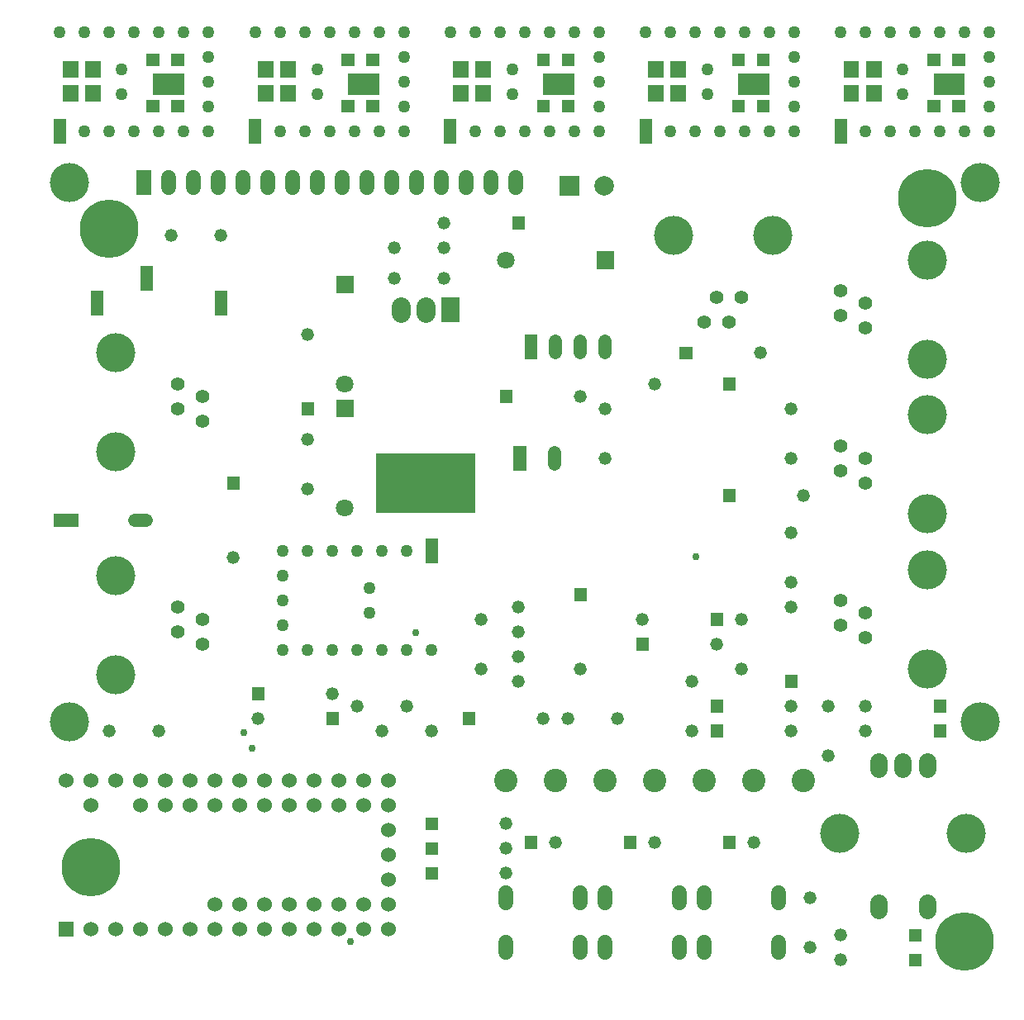
<source format=gbs>
%FSLAX24Y24*%
%MOIN*%
%ADD10C,0.0300*%
%ADD11C,0.0500*%
%ADD12C,0.0520*%
%ADD13C,0.0551*%
%ADD14C,0.0591*%
%ADD15C,0.0600*%
%ADD16C,0.0700*%
%ADD17C,0.0709*%
%ADD18C,0.0750*%
%ADD19C,0.0787*%
%ADD20C,0.0945*%
%ADD21C,0.1575*%
%ADD22C,0.2362*%
D10*
G01X26641Y17288D03*
X8758Y9552D03*
X12734Y1734D03*
X15356Y14228D03*
X8427Y10176D03*
D11*
G01X11000Y17500D03*
X10000Y17500D03*
X10000Y14500D03*
X14000Y17500D03*
X15000Y17500D03*
X14000Y13500D03*
X13500Y16000D03*
X12000Y13500D03*
X10000Y13500D03*
X10000Y15500D03*
X13000Y13500D03*
X12000Y17500D03*
X15000Y13500D03*
X13000Y17500D03*
X16000Y13500D03*
X13500Y15000D03*
X10000Y16500D03*
X11000Y13500D03*
X5000Y38458D03*
X2000Y34458D03*
X6000Y38458D03*
X6000Y34458D03*
X7000Y34458D03*
X2000Y38458D03*
X1000Y38458D03*
X7000Y37458D03*
X4000Y38458D03*
X3500Y35958D03*
X3500Y36958D03*
X7000Y35458D03*
X5000Y34458D03*
X7000Y36458D03*
X7000Y38458D03*
X3000Y34458D03*
X4000Y34458D03*
X3000Y38458D03*
X12874Y38458D03*
X9874Y34458D03*
X13874Y38458D03*
X13874Y34458D03*
X14874Y34458D03*
X9874Y38458D03*
X8874Y38458D03*
X14874Y37458D03*
X11874Y38458D03*
X11374Y35958D03*
X11374Y36958D03*
X14874Y35458D03*
X12874Y34458D03*
X14874Y36458D03*
X14874Y38458D03*
X10874Y34458D03*
X11874Y34458D03*
X10874Y38458D03*
X20748Y38458D03*
X17748Y34458D03*
X21748Y38458D03*
X21748Y34458D03*
X22748Y34458D03*
X17748Y38458D03*
X16748Y38458D03*
X22748Y37458D03*
X19748Y38458D03*
X19248Y35958D03*
X19248Y36958D03*
X22748Y35458D03*
X20748Y34458D03*
X22748Y36458D03*
X22748Y38458D03*
X18748Y34458D03*
X19748Y34458D03*
X18748Y38458D03*
X28622Y38458D03*
X25622Y34458D03*
X29622Y38458D03*
X29622Y34458D03*
X30622Y34458D03*
X25622Y38458D03*
X24622Y38458D03*
X30622Y37458D03*
X27622Y38458D03*
X27122Y35958D03*
X27122Y36958D03*
X30622Y35458D03*
X28622Y34458D03*
X30622Y36458D03*
X30622Y38458D03*
X26622Y34458D03*
X27622Y34458D03*
X26622Y38458D03*
X36496Y38458D03*
X33496Y34458D03*
X37496Y38458D03*
X37496Y34458D03*
X38496Y34458D03*
X33496Y38458D03*
X32496Y38458D03*
X38496Y37458D03*
X35496Y38458D03*
X34996Y35958D03*
X34996Y36958D03*
X38496Y35458D03*
X36496Y34458D03*
X38496Y36458D03*
X38496Y38458D03*
X34496Y34458D03*
X35496Y34458D03*
X34496Y38458D03*
D12*
G01X5500Y30250D03*
X7500Y30250D03*
X23500Y10750D03*
X21500Y10750D03*
X30500Y15250D03*
X3000Y10250D03*
X5000Y10250D03*
X28500Y12750D03*
X28500Y14750D03*
X14500Y29750D03*
X16500Y29750D03*
X30500Y23250D03*
X30500Y21250D03*
X11000Y22000D03*
X11000Y20000D03*
X23000Y23250D03*
X23000Y21250D03*
X30500Y18250D03*
X30500Y16250D03*
X29250Y25500D03*
X25000Y24250D03*
X31000Y19750D03*
X14500Y28500D03*
X16500Y28500D03*
X11000Y26250D03*
X16500Y30750D03*
X4490Y18750D02*
X4010Y18750D01*
X8000Y17250D03*
X27500Y13750D03*
X24500Y14750D03*
X19500Y13250D03*
X19500Y12250D03*
X19500Y14250D03*
X19500Y15250D03*
X18000Y14750D03*
X18000Y12750D03*
X16000Y10250D03*
X14000Y10250D03*
X22000Y12750D03*
X20500Y10750D03*
X9000Y10750D03*
X12000Y11750D03*
X13000Y11250D03*
X15000Y11250D03*
X21000Y25990D02*
X21000Y25510D01*
X22000Y25990D02*
X22000Y25510D01*
X23000Y25990D02*
X23000Y25510D01*
X22000Y23750D03*
X20939Y21010D02*
X20939Y21490D01*
X29000Y5750D03*
X25000Y5750D03*
X21000Y5750D03*
X19000Y5500D03*
X19000Y6500D03*
X19000Y4500D03*
X32500Y2000D03*
X32500Y1000D03*
X31250Y1500D03*
X31250Y3500D03*
X33500Y11250D03*
X33500Y10250D03*
X32000Y9250D03*
X32000Y11250D03*
X30500Y10250D03*
X30500Y11250D03*
X26500Y10250D03*
X26500Y12250D03*
D13*
G01X33500Y14000D03*
X32500Y15500D03*
X33500Y15000D03*
X32500Y14500D03*
X33500Y20250D03*
X32500Y21750D03*
X33500Y21250D03*
X32500Y20750D03*
X33500Y26500D03*
X32500Y28000D03*
X33500Y27500D03*
X32500Y27000D03*
X28500Y27750D03*
X27000Y26750D03*
X27500Y27750D03*
X28000Y26750D03*
X5750Y24250D03*
X6750Y22750D03*
X5750Y23250D03*
X6750Y23750D03*
X5750Y15250D03*
X6750Y13750D03*
X5750Y14250D03*
X6750Y14750D03*
D14*
G01X14375Y32580D02*
X14375Y32170D01*
X7375Y32580D02*
X7375Y32170D01*
X15375Y32580D02*
X15375Y32170D01*
X10375Y32580D02*
X10375Y32170D01*
X13375Y32580D02*
X13375Y32170D01*
X18375Y32580D02*
X18375Y32170D01*
X11375Y32580D02*
X11375Y32170D01*
X8375Y32580D02*
X8375Y32170D01*
X19375Y32580D02*
X19375Y32170D01*
X6375Y32580D02*
X6375Y32170D01*
X12375Y32580D02*
X12375Y32170D01*
X9375Y32580D02*
X9375Y32170D01*
X16375Y32580D02*
X16375Y32170D01*
X17375Y32580D02*
X17375Y32170D01*
X5375Y32580D02*
X5375Y32170D01*
D15*
G01X13250Y8250D03*
X5250Y8250D03*
X11250Y7250D03*
X13250Y7250D03*
X7250Y7250D03*
X8250Y2250D03*
X14250Y2250D03*
X7250Y2250D03*
X9250Y7250D03*
X4250Y8250D03*
X7250Y3250D03*
X10250Y2250D03*
X6250Y8250D03*
X8250Y3250D03*
X12250Y3250D03*
X9250Y2250D03*
X9250Y3250D03*
X10250Y7250D03*
X12250Y8250D03*
X13250Y2250D03*
X14250Y8250D03*
X6250Y7250D03*
X10250Y3250D03*
X8250Y7250D03*
X9250Y8250D03*
X3250Y8250D03*
X11250Y2250D03*
X4250Y2250D03*
X12250Y2250D03*
X14250Y7250D03*
X14250Y3250D03*
X13250Y3250D03*
X7250Y8250D03*
X8250Y8250D03*
X4250Y7250D03*
X14250Y5250D03*
X11250Y3250D03*
X3250Y2250D03*
X5250Y7250D03*
X1250Y8250D03*
X14250Y6250D03*
X2250Y8250D03*
X12250Y7250D03*
X6250Y2250D03*
X11250Y8250D03*
X5250Y2250D03*
X14250Y4250D03*
X2250Y2250D03*
X2250Y7250D03*
X10250Y8250D03*
X22000Y3700D02*
X22000Y3300D01*
X22000Y1700D02*
X22000Y1300D01*
X19000Y1700D02*
X19000Y1300D01*
X19000Y3700D02*
X19000Y3300D01*
X26000Y3700D02*
X26000Y3300D01*
X26000Y1700D02*
X26000Y1300D01*
X23000Y1700D02*
X23000Y1300D01*
X23000Y3700D02*
X23000Y3300D01*
X30000Y3700D02*
X30000Y3300D01*
X30000Y1700D02*
X30000Y1300D01*
X27000Y1700D02*
X27000Y1300D01*
X27000Y3700D02*
X27000Y3300D01*
D16*
G01X35000Y9004D02*
X35000Y8704D01*
X35984Y3296D02*
X35984Y2996D01*
X34016Y3296D02*
X34016Y2996D01*
X35984Y9004D02*
X35984Y8704D01*
X34016Y9004D02*
X34016Y8704D01*
D17*
G01X18987Y29250D03*
X12500Y24237D03*
X12500Y19237D03*
D18*
G01X14750Y27125D02*
X14750Y27375D01*
X15750Y27125D02*
X15750Y27375D01*
D19*
G01X22939Y32250D03*
D20*
G01X31000Y8250D03*
X19000Y8250D03*
X29000Y8250D03*
X21000Y8250D03*
X27000Y8250D03*
X25000Y8250D03*
X23000Y8250D03*
D21*
G01X36000Y16750D03*
X36000Y12750D03*
X36000Y23000D03*
X36000Y19000D03*
X36000Y29250D03*
X36000Y25250D03*
X25750Y30250D03*
X29750Y30250D03*
X1375Y32375D03*
X1375Y10625D03*
X38125Y10625D03*
X38125Y32375D03*
X3250Y21500D03*
X3250Y25500D03*
X3250Y12500D03*
X3250Y16500D03*
X32441Y6098D03*
X37559Y6098D03*
D22*
G01X37500Y1750D03*
X36000Y31750D03*
X3000Y30500D03*
X2250Y4750D03*
G36*
X22657Y28895D02*
X23366Y28895D01*
X23366Y29604D01*
X22657Y29604D01*
X22657Y28895D01*
G37*
G36*
X30240Y12510D02*
X30240Y11990D01*
X30760Y11990D01*
X30760Y12510D01*
X30240Y12510D01*
G37*
G36*
X21954Y32643D02*
X21167Y32643D01*
X21167Y31856D01*
X21954Y31856D01*
X21954Y32643D01*
G37*
G36*
X16375Y26750D02*
X17125Y26750D01*
X17125Y27750D01*
X16375Y27750D01*
X16375Y26750D01*
G37*
G36*
X13750Y19050D02*
X17750Y19050D01*
X17750Y21450D01*
X13750Y21450D01*
X13750Y19050D01*
G37*
G36*
X26510Y25760D02*
X25990Y25760D01*
X25990Y25240D01*
X26510Y25240D01*
X26510Y25760D01*
G37*
G36*
X27740Y23990D02*
X28260Y23990D01*
X28260Y24510D01*
X27740Y24510D01*
X27740Y23990D01*
G37*
G36*
X28260Y20010D02*
X27740Y20010D01*
X27740Y19490D01*
X28260Y19490D01*
X28260Y20010D01*
G37*
G36*
X1550Y2550D02*
X950Y2550D01*
X950Y1950D01*
X1550Y1950D01*
X1550Y2550D01*
G37*
G36*
X12854Y27907D02*
X12854Y28616D01*
X12145Y28616D01*
X12145Y27907D01*
X12854Y27907D01*
G37*
G36*
X12854Y22907D02*
X12854Y23616D01*
X12145Y23616D01*
X12145Y22907D01*
X12854Y22907D01*
G37*
G36*
X10740Y23510D02*
X10740Y22990D01*
X11260Y22990D01*
X11260Y23510D01*
X10740Y23510D01*
G37*
G36*
X4670Y32875D02*
X4079Y32875D01*
X4079Y31875D01*
X4670Y31875D01*
X4670Y32875D01*
G37*
G36*
X4240Y28000D02*
X4760Y28000D01*
X4760Y29000D01*
X4240Y29000D01*
X4240Y28000D01*
G37*
G36*
X2240Y27000D02*
X2760Y27000D01*
X2760Y28000D01*
X2240Y28000D01*
X2240Y27000D01*
G37*
G36*
X7240Y27000D02*
X7760Y27000D01*
X7760Y28000D01*
X7240Y28000D01*
X7240Y27000D01*
G37*
G36*
X19240Y30490D02*
X19760Y30490D01*
X19760Y31010D01*
X19240Y31010D01*
X19240Y30490D01*
G37*
G36*
X1750Y18490D02*
X1750Y19010D01*
X750Y19010D01*
X750Y18490D01*
X1750Y18490D01*
G37*
G36*
X8260Y19990D02*
X8260Y20510D01*
X7740Y20510D01*
X7740Y19990D01*
X8260Y19990D01*
G37*
G36*
X15750Y17000D02*
X16250Y17000D01*
X16250Y18000D01*
X15750Y18000D01*
X15750Y17000D01*
G37*
G36*
X24760Y14010D02*
X24240Y14010D01*
X24240Y13490D01*
X24760Y13490D01*
X24760Y14010D01*
G37*
G36*
X27240Y14490D02*
X27760Y14490D01*
X27760Y15010D01*
X27240Y15010D01*
X27240Y14490D01*
G37*
G36*
X22260Y15490D02*
X22260Y16010D01*
X21740Y16010D01*
X21740Y15490D01*
X22260Y15490D01*
G37*
G36*
X17760Y11010D02*
X17240Y11010D01*
X17240Y10490D01*
X17760Y10490D01*
X17760Y11010D01*
G37*
G36*
X11740Y10490D02*
X12260Y10490D01*
X12260Y11010D01*
X11740Y11010D01*
X11740Y10490D01*
G37*
G36*
X9260Y12010D02*
X8740Y12010D01*
X8740Y11490D01*
X9260Y11490D01*
X9260Y12010D01*
G37*
G36*
X20260Y26250D02*
X19740Y26250D01*
X19740Y25250D01*
X20260Y25250D01*
X20260Y26250D01*
G37*
G36*
X19260Y24010D02*
X18740Y24010D01*
X18740Y23490D01*
X19260Y23490D01*
X19260Y24010D01*
G37*
G36*
X19301Y20750D02*
X19821Y20750D01*
X19821Y21750D01*
X19301Y21750D01*
X19301Y20750D01*
G37*
G36*
X28260Y6010D02*
X27740Y6010D01*
X27740Y5490D01*
X28260Y5490D01*
X28260Y6010D01*
G37*
G36*
X24260Y6010D02*
X23740Y6010D01*
X23740Y5490D01*
X24260Y5490D01*
X24260Y6010D01*
G37*
G36*
X20260Y6010D02*
X19740Y6010D01*
X19740Y5490D01*
X20260Y5490D01*
X20260Y6010D01*
G37*
G36*
X16260Y5760D02*
X15740Y5760D01*
X15740Y5240D01*
X16260Y5240D01*
X16260Y5760D01*
G37*
G36*
X16260Y6760D02*
X15740Y6760D01*
X15740Y6240D01*
X16260Y6240D01*
X16260Y6760D01*
G37*
G36*
X16260Y4760D02*
X15740Y4760D01*
X15740Y4240D01*
X16260Y4240D01*
X16260Y4760D01*
G37*
G36*
X35240Y1740D02*
X35760Y1740D01*
X35760Y2260D01*
X35240Y2260D01*
X35240Y1740D01*
G37*
G36*
X35240Y740D02*
X35760Y740D01*
X35760Y1260D01*
X35240Y1260D01*
X35240Y740D01*
G37*
G36*
X36240Y10990D02*
X36760Y10990D01*
X36760Y11510D01*
X36240Y11510D01*
X36240Y10990D01*
G37*
G36*
X36240Y9990D02*
X36760Y9990D01*
X36760Y10510D01*
X36240Y10510D01*
X36240Y9990D01*
G37*
G36*
X27760Y10510D02*
X27240Y10510D01*
X27240Y9990D01*
X27760Y9990D01*
X27760Y10510D01*
G37*
G36*
X27760Y11510D02*
X27240Y11510D01*
X27240Y10990D01*
X27760Y10990D01*
X27760Y11510D01*
G37*
G36*
X2643Y35631D02*
X2643Y36300D01*
X2013Y36300D01*
X2013Y35631D01*
X2643Y35631D01*
G37*
G36*
X1737Y35631D02*
X1737Y36300D01*
X1107Y36300D01*
X1107Y35631D01*
X1737Y35631D01*
G37*
G36*
X2643Y36615D02*
X2643Y37284D01*
X2013Y37284D01*
X2013Y36615D01*
X2643Y36615D01*
G37*
G36*
X1737Y36615D02*
X1737Y37284D01*
X1107Y37284D01*
X1107Y36615D01*
X1737Y36615D01*
G37*
G36*
X6010Y37583D02*
X5490Y37583D01*
X5490Y37083D01*
X6010Y37083D01*
X6010Y37583D01*
G37*
G36*
X5010Y37583D02*
X4490Y37583D01*
X4490Y37083D01*
X5010Y37083D01*
X5010Y37583D01*
G37*
G36*
X4745Y36766D02*
X4745Y35900D01*
X6005Y35900D01*
X6005Y36766D01*
X4745Y36766D01*
G37*
G36*
X1250Y34958D02*
X750Y34958D01*
X750Y33958D01*
X1250Y33958D01*
X1250Y34958D01*
G37*
G36*
X6010Y35708D02*
X5490Y35708D01*
X5490Y35208D01*
X6010Y35208D01*
X6010Y35708D01*
G37*
G36*
X5010Y35708D02*
X4490Y35708D01*
X4490Y35208D01*
X5010Y35208D01*
X5010Y35708D01*
G37*
G36*
X10517Y35631D02*
X10517Y36300D01*
X9887Y36300D01*
X9887Y35631D01*
X10517Y35631D01*
G37*
G36*
X9611Y35631D02*
X9611Y36300D01*
X8981Y36300D01*
X8981Y35631D01*
X9611Y35631D01*
G37*
G36*
X10517Y36615D02*
X10517Y37284D01*
X9887Y37284D01*
X9887Y36615D01*
X10517Y36615D01*
G37*
G36*
X9611Y36615D02*
X9611Y37284D01*
X8981Y37284D01*
X8981Y36615D01*
X9611Y36615D01*
G37*
G36*
X13884Y37583D02*
X13364Y37583D01*
X13364Y37083D01*
X13884Y37083D01*
X13884Y37583D01*
G37*
G36*
X12884Y37583D02*
X12364Y37583D01*
X12364Y37083D01*
X12884Y37083D01*
X12884Y37583D01*
G37*
G36*
X12619Y36766D02*
X12619Y35900D01*
X13879Y35900D01*
X13879Y36766D01*
X12619Y36766D01*
G37*
G36*
X9124Y34958D02*
X8624Y34958D01*
X8624Y33958D01*
X9124Y33958D01*
X9124Y34958D01*
G37*
G36*
X13884Y35708D02*
X13364Y35708D01*
X13364Y35208D01*
X13884Y35208D01*
X13884Y35708D01*
G37*
G36*
X12884Y35708D02*
X12364Y35708D01*
X12364Y35208D01*
X12884Y35208D01*
X12884Y35708D01*
G37*
G36*
X18391Y35631D02*
X18391Y36300D01*
X17761Y36300D01*
X17761Y35631D01*
X18391Y35631D01*
G37*
G36*
X17485Y35631D02*
X17485Y36300D01*
X16855Y36300D01*
X16855Y35631D01*
X17485Y35631D01*
G37*
G36*
X18391Y36615D02*
X18391Y37284D01*
X17761Y37284D01*
X17761Y36615D01*
X18391Y36615D01*
G37*
G36*
X17485Y36615D02*
X17485Y37284D01*
X16855Y37284D01*
X16855Y36615D01*
X17485Y36615D01*
G37*
G36*
X21758Y37583D02*
X21238Y37583D01*
X21238Y37083D01*
X21758Y37083D01*
X21758Y37583D01*
G37*
G36*
X20758Y37583D02*
X20238Y37583D01*
X20238Y37083D01*
X20758Y37083D01*
X20758Y37583D01*
G37*
G36*
X20493Y36766D02*
X20493Y35900D01*
X21753Y35900D01*
X21753Y36766D01*
X20493Y36766D01*
G37*
G36*
X16998Y34958D02*
X16498Y34958D01*
X16498Y33958D01*
X16998Y33958D01*
X16998Y34958D01*
G37*
G36*
X21758Y35708D02*
X21238Y35708D01*
X21238Y35208D01*
X21758Y35208D01*
X21758Y35708D01*
G37*
G36*
X20758Y35708D02*
X20238Y35708D01*
X20238Y35208D01*
X20758Y35208D01*
X20758Y35708D01*
G37*
G36*
X26265Y35631D02*
X26265Y36300D01*
X25635Y36300D01*
X25635Y35631D01*
X26265Y35631D01*
G37*
G36*
X25359Y35631D02*
X25359Y36300D01*
X24729Y36300D01*
X24729Y35631D01*
X25359Y35631D01*
G37*
G36*
X26265Y36615D02*
X26265Y37284D01*
X25635Y37284D01*
X25635Y36615D01*
X26265Y36615D01*
G37*
G36*
X25359Y36615D02*
X25359Y37284D01*
X24729Y37284D01*
X24729Y36615D01*
X25359Y36615D01*
G37*
G36*
X29632Y37583D02*
X29112Y37583D01*
X29112Y37083D01*
X29632Y37083D01*
X29632Y37583D01*
G37*
G36*
X28632Y37583D02*
X28112Y37583D01*
X28112Y37083D01*
X28632Y37083D01*
X28632Y37583D01*
G37*
G36*
X28367Y36766D02*
X28367Y35900D01*
X29627Y35900D01*
X29627Y36766D01*
X28367Y36766D01*
G37*
G36*
X24872Y34958D02*
X24372Y34958D01*
X24372Y33958D01*
X24872Y33958D01*
X24872Y34958D01*
G37*
G36*
X29632Y35708D02*
X29112Y35708D01*
X29112Y35208D01*
X29632Y35208D01*
X29632Y35708D01*
G37*
G36*
X28632Y35708D02*
X28112Y35708D01*
X28112Y35208D01*
X28632Y35208D01*
X28632Y35708D01*
G37*
G36*
X34139Y35631D02*
X34139Y36300D01*
X33509Y36300D01*
X33509Y35631D01*
X34139Y35631D01*
G37*
G36*
X33233Y35631D02*
X33233Y36300D01*
X32603Y36300D01*
X32603Y35631D01*
X33233Y35631D01*
G37*
G36*
X34139Y36615D02*
X34139Y37284D01*
X33509Y37284D01*
X33509Y36615D01*
X34139Y36615D01*
G37*
G36*
X33233Y36615D02*
X33233Y37284D01*
X32603Y37284D01*
X32603Y36615D01*
X33233Y36615D01*
G37*
G36*
X37506Y37583D02*
X36986Y37583D01*
X36986Y37083D01*
X37506Y37083D01*
X37506Y37583D01*
G37*
G36*
X36506Y37583D02*
X35986Y37583D01*
X35986Y37083D01*
X36506Y37083D01*
X36506Y37583D01*
G37*
G36*
X36241Y36766D02*
X36241Y35900D01*
X37501Y35900D01*
X37501Y36766D01*
X36241Y36766D01*
G37*
G36*
X32746Y34958D02*
X32246Y34958D01*
X32246Y33958D01*
X32746Y33958D01*
X32746Y34958D01*
G37*
G36*
X37506Y35708D02*
X36986Y35708D01*
X36986Y35208D01*
X37506Y35208D01*
X37506Y35708D01*
G37*
G36*
X36506Y35708D02*
X35986Y35708D01*
X35986Y35208D01*
X36506Y35208D01*
X36506Y35708D01*
G37*
M02*

</source>
